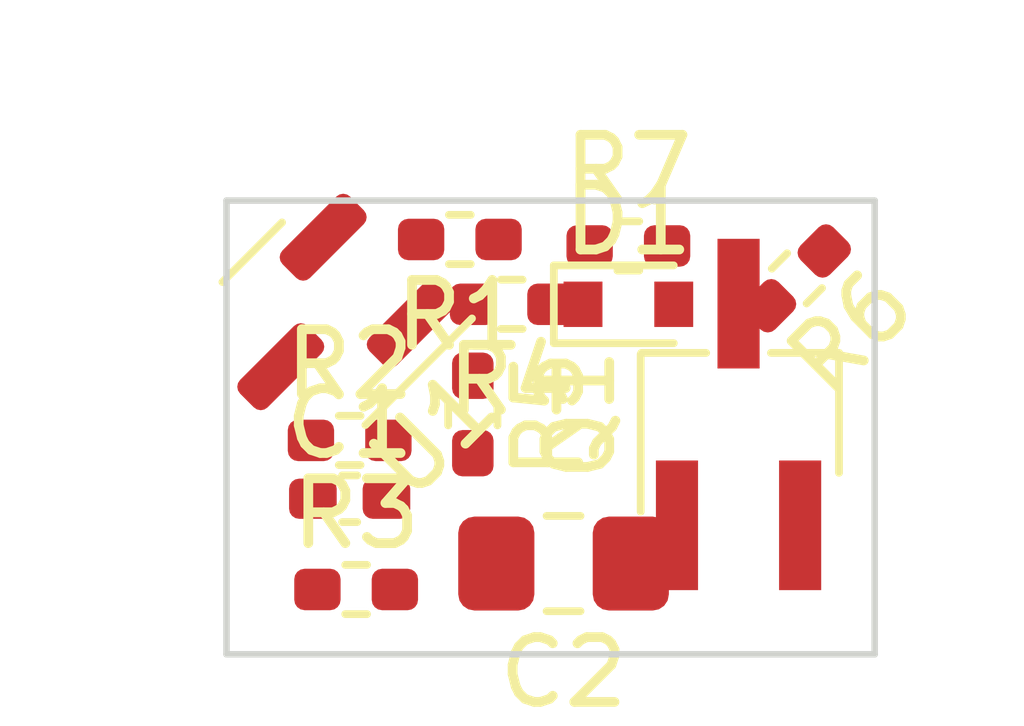
<source format=kicad_pcb>
(kicad_pcb (version 20211014) (generator pcbnew)
  (layers (0 "F.Cu" signal) (31 "B.Cu" signal) (34 "B.Paste" user) (35 "F.Paste" user) (36 "B.SilkS" user "B.Silkscreen") (37 "F.SilkS" user "F.Silkscreen") (38 "B.Mask" user) (39 "F.Mask" user) (44 "Edge.Cuts" user))
  (net 0 "")
  (net 1 "/Vbrightness")
  (net 2 "GND")
  (net 3 "Net-(C2-Pad1)")
  (net 4 "VCC")
  (net 5 "Net-(J1-Pad2)")
  (net 6 "Net-(J1-Pad3)")
  (net 7 "Net-(Q1-Pad3)")
  (net 8 "Net-(RV1-Pad1)")
  (net 9 "Net-(R2-Pad1)")
  (net 10 "Net-(SW1-Pad1)")
  (footprint "Package_TO_SOT_SMD:TSOT-23_HandSoldering" (layer "F.Cu") (at 127.9 73.3 90)
    (fp_text reference "Q1" (at 0 -2.45 90) (layer "F.SilkS"))
    (fp_text value "NX7002AKA")
    (fp_line (start 0.95 -1.5) (end 0.95 -0.5) (layer "F.SilkS") (width 0.12))
    (fp_line (start 0.93 -1.51) (end -1.5 -1.51) (layer "F.SilkS") (width 0.12))
    (fp_line (start 0.95 1.55) (end -0.9 1.55) (layer "F.SilkS") (width 0.12))
    (fp_line (start 0.95 0.5) (end 0.95 1.55) (layer "F.SilkS") (width 0.12))
    (pad "1" smd rect (at -1.71 -0.95 90) (size 2 0.65) (layers "F.Cu" "F.Paste" "F.Mask") (net 3 "Net-(C2-Pad1)"))
    (pad "2" smd rect (at -1.71 0.95 90) (size 2 0.65) (layers "F.Cu" "F.Paste" "F.Mask") (net 6 "Net-(J1-Pad3)"))
    (pad "3" smd rect (at 1.71 0 90) (size 2 0.65) (layers "F.Cu" "F.Paste" "F.Mask") (net 7 "Net-(Q1-Pad3)"))
  )
  (footprint "Resistor_SMD:R_0402_1005Metric_Pad0.72x0.64mm_HandSolder" (layer "F.Cu") (at 122 76)
    (fp_text reference "R3" (at 0 -1.17) (layer "F.SilkS"))
    (fp_text value "130R")
    (fp_line (start -0.167621 -0.38) (end 0.167621 -0.38) (layer "F.SilkS") (width 0.12))
    (fp_line (start -0.167621 0.38) (end 0.167621 0.38) (layer "F.SilkS") (width 0.12))
    (pad "1" smd roundrect (at -0.5975 0) (size 0.715 0.64) (layers "F.Cu" "F.Paste" "F.Mask") (net 10 "Net-(SW1-Pad1)"))
    (pad "2" smd roundrect (at 0.5975 0) (size 0.715 0.64) (layers "F.Cu" "F.Paste" "F.Mask") (net 2 "GND"))
  )
  (footprint "Resistor_SMD:R_0402_1005Metric_Pad0.72x0.64mm_HandSolder" (layer "F.Cu") (at 123.6 70.6 180)
    (fp_text reference "R1" (at 0 -1.17) (layer "F.SilkS"))
    (fp_text value "2K4")
    (fp_line (start -0.167621 0.38) (end 0.167621 0.38) (layer "F.SilkS") (width 0.12))
    (fp_line (start -0.167621 -0.38) (end 0.167621 -0.38) (layer "F.SilkS") (width 0.12))
    (pad "1" smd roundrect (at -0.5975 0 180) (size 0.715 0.64) (layers "F.Cu" "F.Paste" "F.Mask") (net 4 "VCC"))
    (pad "2" smd roundrect (at 0.5975 0 180) (size 0.715 0.64) (layers "F.Cu" "F.Paste" "F.Mask") (net 8 "Net-(RV1-Pad1)"))
  )
  (footprint "Diode_SMD:D_SOD-523" (layer "F.Cu") (at 126.2 71.6)
    (fp_text reference "D1" (at 0 -1.3) (layer "F.SilkS"))
    (fp_text value "RB531SM-30FH")
    (fp_line (start 0.7 0.6) (end -1.15 0.6) (layer "F.SilkS") (width 0.12))
    (fp_line (start 0.7 -0.6) (end -1.15 -0.6) (layer "F.SilkS") (width 0.12))
    (fp_line (start -1.15 -0.6) (end -1.15 0.6) (layer "F.SilkS") (width 0.12))
    (pad "1" smd rect (at -0.7 0 180) (size 0.6 0.7) (layers "F.Cu" "F.Paste" "F.Mask") (net 4 "VCC"))
    (pad "2" smd rect (at 0.7 0 180) (size 0.6 0.7) (layers "F.Cu" "F.Paste" "F.Mask") (net 3 "Net-(C2-Pad1)"))
  )
  (footprint "Resistor_SMD:R_0402_1005Metric_Pad0.72x0.64mm_HandSolder" (layer "F.Cu") (at 121.9 73.7)
    (fp_text reference "R2" (at 0 -1.17) (layer "F.SilkS"))
    (fp_text value "11K")
    (fp_line (start -0.167621 0.38) (end 0.167621 0.38) (layer "F.SilkS") (width 0.12))
    (fp_line (start -0.167621 -0.38) (end 0.167621 -0.38) (layer "F.SilkS") (width 0.12))
    (pad "1" smd roundrect (at -0.5975 0) (size 0.715 0.64) (layers "F.Cu" "F.Paste" "F.Mask") (net 9 "Net-(R2-Pad1)"))
    (pad "2" smd roundrect (at 0.5975 0) (size 0.715 0.64) (layers "F.Cu" "F.Paste" "F.Mask") (net 2 "GND"))
  )
  (footprint "Resistor_SMD:R_0402_1005Metric_Pad0.72x0.64mm_HandSolder" (layer "F.Cu") (at 124.4 71.6 180)
    (fp_text reference "R4" (at 0 -1.17) (layer "F.SilkS"))
    (fp_text value "10K")
    (fp_line (start -0.167621 0.38) (end 0.167621 0.38) (layer "F.SilkS") (width 0.12))
    (fp_line (start -0.167621 -0.38) (end 0.167621 -0.38) (layer "F.SilkS") (width 0.12))
    (pad "1" smd roundrect (at -0.5975 0 180) (size 0.715 0.64) (layers "F.Cu" "F.Paste" "F.Mask") (net 4 "VCC"))
    (pad "2" smd roundrect (at 0.5975 0 180) (size 0.715 0.64) (layers "F.Cu" "F.Paste" "F.Mask") (net 6 "Net-(J1-Pad3)"))
  )
  (footprint "Resistor_SMD:R_0402_1005Metric_Pad0.72x0.64mm_HandSolder" (layer "F.Cu") (at 128.8 71.2 -135)
    (fp_text reference "R6" (at 0 -1.17 45) (layer "F.SilkS"))
    (fp_text value "1K")
    (fp_line (start -0.167621 0.38) (end 0.167621 0.38) (layer "F.SilkS") (width 0.12))
    (fp_line (start -0.167621 -0.38) (end 0.167621 -0.38) (layer "F.SilkS") (width 0.12))
    (pad "1" smd roundrect (at -0.5975 0 225) (size 0.715 0.64) (layers "F.Cu" "F.Paste" "F.Mask") (net 5 "Net-(J1-Pad2)"))
    (pad "2" smd roundrect (at 0.5975 0 225) (size 0.715 0.64) (layers "F.Cu" "F.Paste" "F.Mask") (net 7 "Net-(Q1-Pad3)"))
  )
  (footprint "Resistor_SMD:R_0402_1005Metric_Pad0.72x0.64mm_HandSolder" (layer "F.Cu") (at 123.8 73.3 -90)
    (fp_text reference "R5" (at 0 -1.17 90) (layer "F.SilkS"))
    (fp_text value "1K")
    (fp_line (start -0.167621 0.38) (end 0.167621 0.38) (layer "F.SilkS") (width 0.12))
    (fp_line (start -0.167621 -0.38) (end 0.167621 -0.38) (layer "F.SilkS") (width 0.12))
    (pad "1" smd roundrect (at -0.5975 0 270) (size 0.715 0.64) (layers "F.Cu" "F.Paste" "F.Mask") (net 6 "Net-(J1-Pad3)"))
    (pad "2" smd roundrect (at 0.5975 0 270) (size 0.715 0.64) (layers "F.Cu" "F.Paste" "F.Mask") (net 2 "GND"))
  )
  (footprint "Package_TO_SOT_SMD:SOT-23" (layer "F.Cu") (at 121.5 71.9 -135)
    (fp_text reference "U1" (at 0 -2.4 45) (layer "F.SilkS"))
    (fp_text value "TL431DBZ")
    (fp_line (start 0 -1.56) (end 0.65 -1.56) (layer "F.SilkS") (width 0.12))
    (fp_line (start 0 1.56) (end -0.65 1.56) (layer "F.SilkS") (width 0.12))
    (fp_line (start 0 -1.56) (end -1.675 -1.56) (layer "F.SilkS") (width 0.12))
    (fp_line (start 0 1.56) (end 0.65 1.56) (layer "F.SilkS") (width 0.12))
    (pad "1" smd roundrect (at -0.9375 -0.95 225) (size 1.475 0.6) (layers "F.Cu" "F.Paste" "F.Mask") (net 8 "Net-(RV1-Pad1)"))
    (pad "2" smd roundrect (at -0.9375 0.95 225) (size 1.475 0.6) (layers "F.Cu" "F.Paste" "F.Mask") (net 8 "Net-(RV1-Pad1)"))
    (pad "3" smd roundrect (at 0.9375 0 225) (size 1.475 0.6) (layers "F.Cu" "F.Paste" "F.Mask") (net 2 "GND"))
  )
  (footprint "Resistor_SMD:R_0402_1005Metric_Pad0.72x0.64mm_HandSolder" (layer "F.Cu") (at 126.2 70.7)
    (fp_text reference "R7" (at 0 -1.17) (layer "F.SilkS"))
    (fp_text value "470K")
    (fp_line (start -0.167621 -0.38) (end 0.167621 -0.38) (layer "F.SilkS") (width 0.12))
    (fp_line (start -0.167621 0.38) (end 0.167621 0.38) (layer "F.SilkS") (width 0.12))
    (pad "1" smd roundrect (at -0.5975 0) (size 0.715 0.64) (layers "F.Cu" "F.Paste" "F.Mask") (net 4 "VCC"))
    (pad "2" smd roundrect (at 0.5975 0) (size 0.715 0.64) (layers "F.Cu" "F.Paste" "F.Mask") (net 3 "Net-(C2-Pad1)"))
  )
  (footprint "Capacitor_SMD:C_0805_2012Metric_Pad1.18x1.45mm_HandSolder" (layer "F.Cu") (at 125.2 75.6 180)
    (fp_text reference "C2" (at 0 -1.68) (layer "F.SilkS"))
    (fp_text value "10uF")
    (fp_line (start -0.261252 -0.735) (end 0.261252 -0.735) (layer "F.SilkS") (width 0.12))
    (fp_line (start -0.261252 0.735) (end 0.261252 0.735) (layer "F.SilkS") (width 0.12))
    (pad "1" smd roundrect (at -1.0375 0 180) (size 1.175 1.45) (layers "F.Cu" "F.Paste" "F.Mask") (roundrect_rratio 0.212766) (net 3 "Net-(C2-Pad1)"))
    (pad "2" smd roundrect (at 1.0375 0 180) (size 1.175 1.45) (layers "F.Cu" "F.Paste" "F.Mask") (roundrect_rratio 0.212766) (net 2 "GND"))
  )
  (footprint "Capacitor_SMD:C_0402_1005Metric_Pad0.74x0.62mm_HandSolder" (layer "F.Cu") (at 121.9 74.6)
    (fp_text reference "C1" (at 0 -1.16) (layer "F.SilkS"))
    (fp_text value "100nF")
    (fp_line (start -0.115835 0.36) (end 0.115835 0.36) (layer "F.SilkS") (width 0.12))
    (fp_line (start -0.115835 -0.36) (end 0.115835 -0.36) (layer "F.SilkS") (width 0.12))
    (pad "1" smd roundrect (at -0.5675 0) (size 0.735 0.62) (layers "F.Cu" "F.Paste" "F.Mask") (net 1 "/Vbrightness"))
    (pad "2" smd roundrect (at 0.5675 0) (size 0.735 0.62) (layers "F.Cu" "F.Paste" "F.Mask") (net 2 "GND"))
  )
  (gr_line (start 120 77) (end 120 70) (layer "Edge.Cuts") (width 0.1))
  (gr_line (start 130 77) (end 120 77) (layer "Edge.Cuts") (width 0.1))
  (gr_line (start 120 70) (end 130 70) (layer "Edge.Cuts") (width 0.1))
  (gr_line (start 130 70) (end 130 77) (layer "Edge.Cuts") (width 0.1))
)
</source>
